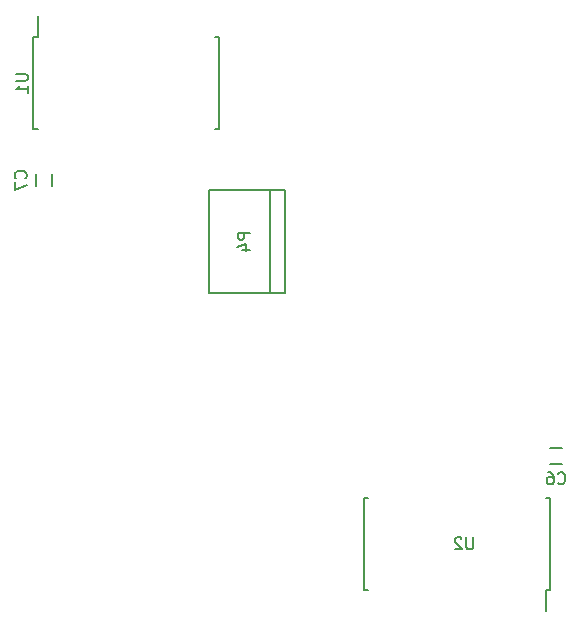
<source format=gbo>
G04 #@! TF.FileFunction,Legend,Bot*
%FSLAX46Y46*%
G04 Gerber Fmt 4.6, Leading zero omitted, Abs format (unit mm)*
G04 Created by KiCad (PCBNEW (2015-11-24 BZR 6329)-product) date Tue 26 Jan 2016 09:35:21 PM EST*
%MOMM*%
G01*
G04 APERTURE LIST*
%ADD10C,0.100000*%
%ADD11C,0.150000*%
G04 APERTURE END LIST*
D10*
D11*
X117525000Y-55725000D02*
X117890000Y-55725000D01*
X117525000Y-63475000D02*
X117890000Y-63475000D01*
X133275000Y-63475000D02*
X132910000Y-63475000D01*
X133275000Y-55725000D02*
X132910000Y-55725000D01*
X117525000Y-55725000D02*
X117525000Y-63475000D01*
X133275000Y-55725000D02*
X133275000Y-63475000D01*
X117890000Y-55725000D02*
X117890000Y-53900000D01*
X161275000Y-102475000D02*
X160910000Y-102475000D01*
X161275000Y-94725000D02*
X160910000Y-94725000D01*
X145525000Y-94725000D02*
X145890000Y-94725000D01*
X145525000Y-102475000D02*
X145890000Y-102475000D01*
X161275000Y-102475000D02*
X161275000Y-94725000D01*
X145525000Y-102475000D02*
X145525000Y-94725000D01*
X160910000Y-102475000D02*
X160910000Y-104300000D01*
X138817460Y-68649100D02*
X138817460Y-77349100D01*
X132412460Y-68649100D02*
X132412460Y-77349100D01*
X132412460Y-77349100D02*
X138817460Y-77349100D01*
X137587460Y-77349100D02*
X137587460Y-68649100D01*
X138817460Y-68649100D02*
X132412460Y-68649100D01*
X162300000Y-90525000D02*
X161300000Y-90525000D01*
X161300000Y-91875000D02*
X162300000Y-91875000D01*
X119075000Y-68300000D02*
X119075000Y-67300000D01*
X117725000Y-67300000D02*
X117725000Y-68300000D01*
X116052381Y-58838095D02*
X116861905Y-58838095D01*
X116957143Y-58885714D01*
X117004762Y-58933333D01*
X117052381Y-59028571D01*
X117052381Y-59219048D01*
X117004762Y-59314286D01*
X116957143Y-59361905D01*
X116861905Y-59409524D01*
X116052381Y-59409524D01*
X117052381Y-60409524D02*
X117052381Y-59838095D01*
X117052381Y-60123809D02*
X116052381Y-60123809D01*
X116195238Y-60028571D01*
X116290476Y-59933333D01*
X116338095Y-59838095D01*
X154761905Y-98052381D02*
X154761905Y-98861905D01*
X154714286Y-98957143D01*
X154666667Y-99004762D01*
X154571429Y-99052381D01*
X154380952Y-99052381D01*
X154285714Y-99004762D01*
X154238095Y-98957143D01*
X154190476Y-98861905D01*
X154190476Y-98052381D01*
X153761905Y-98147619D02*
X153714286Y-98100000D01*
X153619048Y-98052381D01*
X153380952Y-98052381D01*
X153285714Y-98100000D01*
X153238095Y-98147619D01*
X153190476Y-98242857D01*
X153190476Y-98338095D01*
X153238095Y-98480952D01*
X153809524Y-99052381D01*
X153190476Y-99052381D01*
X135852381Y-72261905D02*
X134852381Y-72261905D01*
X134852381Y-72642858D01*
X134900000Y-72738096D01*
X134947619Y-72785715D01*
X135042857Y-72833334D01*
X135185714Y-72833334D01*
X135280952Y-72785715D01*
X135328571Y-72738096D01*
X135376190Y-72642858D01*
X135376190Y-72261905D01*
X135185714Y-73690477D02*
X135852381Y-73690477D01*
X134804762Y-73452381D02*
X135519048Y-73214286D01*
X135519048Y-73833334D01*
X161966666Y-93457143D02*
X162014285Y-93504762D01*
X162157142Y-93552381D01*
X162252380Y-93552381D01*
X162395238Y-93504762D01*
X162490476Y-93409524D01*
X162538095Y-93314286D01*
X162585714Y-93123810D01*
X162585714Y-92980952D01*
X162538095Y-92790476D01*
X162490476Y-92695238D01*
X162395238Y-92600000D01*
X162252380Y-92552381D01*
X162157142Y-92552381D01*
X162014285Y-92600000D01*
X161966666Y-92647619D01*
X161109523Y-92552381D02*
X161300000Y-92552381D01*
X161395238Y-92600000D01*
X161442857Y-92647619D01*
X161538095Y-92790476D01*
X161585714Y-92980952D01*
X161585714Y-93361905D01*
X161538095Y-93457143D01*
X161490476Y-93504762D01*
X161395238Y-93552381D01*
X161204761Y-93552381D01*
X161109523Y-93504762D01*
X161061904Y-93457143D01*
X161014285Y-93361905D01*
X161014285Y-93123810D01*
X161061904Y-93028571D01*
X161109523Y-92980952D01*
X161204761Y-92933333D01*
X161395238Y-92933333D01*
X161490476Y-92980952D01*
X161538095Y-93028571D01*
X161585714Y-93123810D01*
X116857143Y-67633334D02*
X116904762Y-67585715D01*
X116952381Y-67442858D01*
X116952381Y-67347620D01*
X116904762Y-67204762D01*
X116809524Y-67109524D01*
X116714286Y-67061905D01*
X116523810Y-67014286D01*
X116380952Y-67014286D01*
X116190476Y-67061905D01*
X116095238Y-67109524D01*
X116000000Y-67204762D01*
X115952381Y-67347620D01*
X115952381Y-67442858D01*
X116000000Y-67585715D01*
X116047619Y-67633334D01*
X115952381Y-67966667D02*
X115952381Y-68633334D01*
X116952381Y-68204762D01*
M02*

</source>
